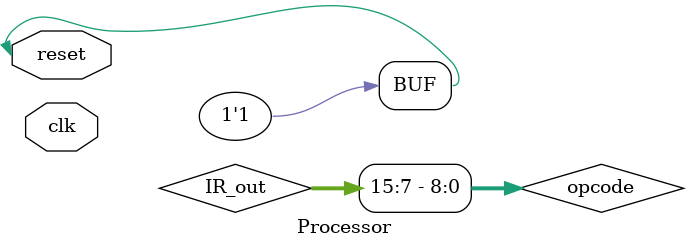
<source format=v>
module Processor (clk,reset);

//Inputs
input clk,reset;


// wires
wire write_enable,mem_en,rw,M2R,data_read,data_write;
wire [31:0] PC_in,PC_out;
wire [15:0] IR_in,IR_out,MDR_out,write_data,operand1,operand2,result;
wire [8:0] opcode;
wire [1:0] alu_function;
wire [3:0] Rsrc,Rdst;
wire [5:0] outFlags;



// Instantiations
PC PC_reg (write_enable, clk, reset, PC_in, PC_out);

InstrMem #(16, 21) InstrCache (clk, PC_in[20:0], IR_in, reset);

IR IR_reg (write_enable, clk, reset, IR_in, IR_out);

CU ControlUnit (opcode, mem_en, rw, data_read, data_write, alu_function);

regFile registers (data_read, data_write, operand1, operand2, write_data, 1'b0, clk, reset, Rsrc, Rdst, Rdst);

ALU_1 ALU(operand1, operand2, alu_function, result, outFlags);

DataMem  #(16, 12)  DM(clk, operand1[11:0], result,MDR_out, reset, mem_en, rw);

Incrementor  #(32) PC_INC(PC_out,PC_in);

// Mux for MDR_out || result
mux #(16) MUX1 (result,MDR_out, write_data, M2R);


assign reset = 1'b1;
assign opcode[8:0] = IR_out[15:7];
assign M2R  = mem_en & rw;

endmodule

</source>
